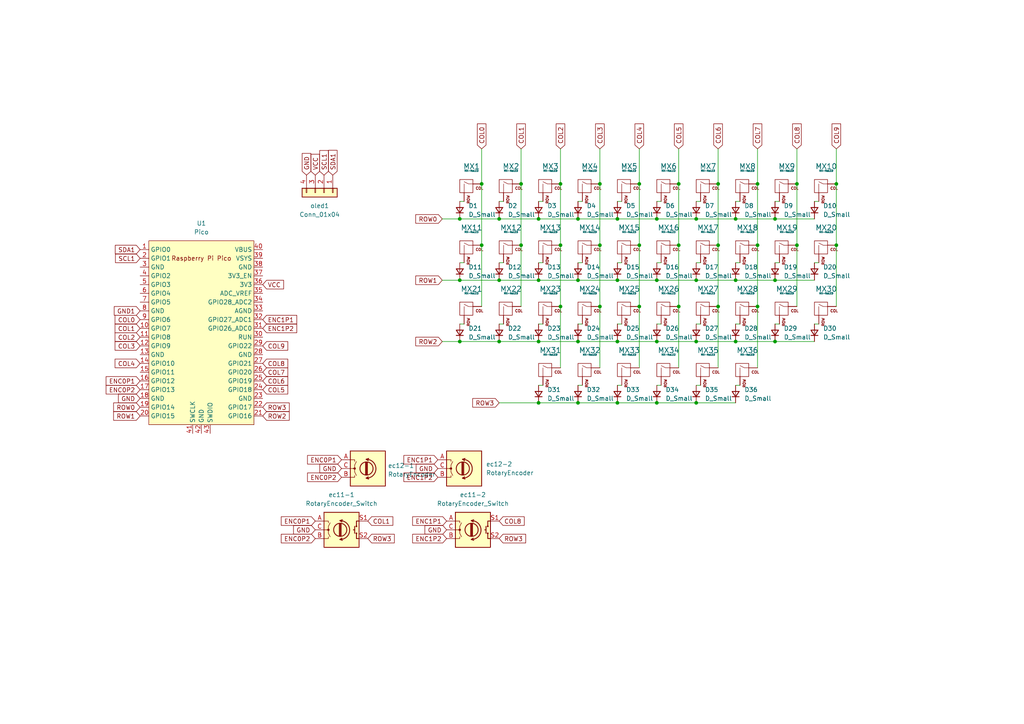
<source format=kicad_sch>
(kicad_sch (version 20211123) (generator eeschema)
  (paper "A4")
  (lib_symbols
    (symbol "Connector_Generic:Conn_01x04" (pin_names (offset 1.016) hide)
      (property "Reference" "J" (at 0 5.08 0))
      (property "Value" "Conn_01x04" (at 0 -7.62 0))
      (symbol "Conn_01x04_1_1"
        (rectangle (start -1.27 -4.953) (end 0 -5.207) (stroke (width 0.1524)))
        (rectangle (start -1.27 -2.413) (end 0 -2.667) (stroke (width 0.1524)))
        (rectangle (start -1.27 0.127) (end 0 -0.127) (stroke (width 0.1524)))
        (rectangle (start -1.27 2.667) (end 0 2.413) (stroke (width 0.1524)))
        (rectangle (start -1.27 3.81) (end 1.27 -6.35) (stroke (width 0.254)) (fill (type background)))
        (pin passive line (at -5.08 2.54 0) (length 3.81) (name "Pin_1") (number "1"))
        (pin passive line (at -5.08 0 0) (length 3.81) (name "Pin_2") (number "2"))
        (pin passive line (at -5.08 -2.54 0) (length 3.81) (name "Pin_3") (number "3"))
        (pin passive line (at -5.08 -5.08 0) (length 3.81) (name "Pin_4") (number "4"))
      )
    )
    (symbol "Device:D_Small" (pin_numbers hide) (pin_names (offset 0.254) hide)
      (property "Reference" "D" (at -1.27 2.032 0))
      (property "Value" "D_Small" (at -3.81 -2.032 0))
      (symbol "D_Small_0_1"
        (polyline (pts (xy -0.762 -1.016) (xy -0.762 1.016)) (stroke (width 0.254)))
        (polyline (pts (xy -0.762 0) (xy 0.762 0)))
        (polyline (pts (xy 0.762 -1.016) (xy -0.762 0) (xy 0.762 1.016) (xy 0.762 -1.016)) (stroke (width 0.254)))
      )
      (symbol "D_Small_1_1"
        (pin passive line (at -2.54 0 0) (length 1.778) (name "K") (number "1"))
        (pin passive line (at 2.54 0 180) (length 1.778) (name "A") (number "2"))
      )
    )
    (symbol "Device:RotaryEncoder" (pin_names (offset 0.254) hide)
      (property "Reference" "SW" (at 0 6.604 0))
      (property "Value" "RotaryEncoder" (at 0 -6.604 0))
      (symbol "RotaryEncoder_0_1"
        (rectangle (start -5.08 5.08) (end 5.08 -5.08) (stroke (width 0.254)) (fill (type background)))
        (circle (center -3.81 0) (radius 0.254) (fill (type outline)))
        (arc (start -0.381 -2.794) (mid 2.3622 -0.0508) (end -0.381 2.667) (stroke (width 0.254)))
        (circle (center -0.381 0) (radius 1.905) (stroke (width 0.254)))
        (polyline (pts (xy -0.635 -1.778) (xy -0.635 1.778)) (stroke (width 0.254)))
        (polyline (pts (xy -0.381 -1.778) (xy -0.381 1.778)) (stroke (width 0.254)))
        (polyline (pts (xy -0.127 1.778) (xy -0.127 -1.778)) (stroke (width 0.254)))
        (polyline (pts (xy -5.08 -2.54) (xy -3.81 -2.54) (xy -3.81 -2.032)))
        (polyline (pts (xy -5.08 2.54) (xy -3.81 2.54) (xy -3.81 2.032)))
        (polyline (pts (xy 0.254 -3.048) (xy -0.508 -2.794) (xy 0.127 -2.413)) (stroke (width 0.254)))
        (polyline (pts (xy 0.254 2.921) (xy -0.508 2.667) (xy 0.127 2.286)) (stroke (width 0.254)))
        (polyline (pts (xy -5.08 0) (xy -3.81 0) (xy -3.81 -1.016) (xy -3.302 -2.032)))
        (polyline (pts (xy -4.318 0) (xy -3.81 0) (xy -3.81 1.016) (xy -3.302 2.032)))
      )
      (symbol "RotaryEncoder_1_1"
        (pin passive line (at -7.62 2.54 0) (length 2.54) (name "A") (number "A"))
        (pin passive line (at -7.62 -2.54 0) (length 2.54) (name "B") (number "B"))
        (pin passive line (at -7.62 0 0) (length 2.54) (name "C") (number "C"))
      )
    )
    (symbol "Device:RotaryEncoder_Switch" (pin_names (offset 0.254) hide)
      (property "Reference" "SW" (at 0 6.604 0))
      (property "Value" "RotaryEncoder_Switch" (at 0 -6.604 0))
      (symbol "RotaryEncoder_Switch_0_1"
        (rectangle (start -5.08 5.08) (end 5.08 -5.08) (stroke (width 0.254)) (fill (type background)))
        (circle (center -3.81 0) (radius 0.254) (fill (type outline)))
        (arc (start -0.381 -2.794) (mid 2.3622 -0.0508) (end -0.381 2.667) (stroke (width 0.254)))
        (circle (center -0.381 0) (radius 1.905) (stroke (width 0.254)))
        (polyline (pts (xy -0.635 -1.778) (xy -0.635 1.778)) (stroke (width 0.254)))
        (polyline (pts (xy -0.381 -1.778) (xy -0.381 1.778)) (stroke (width 0.254)))
        (polyline (pts (xy -0.127 1.778) (xy -0.127 -1.778)) (stroke (width 0.254)))
        (polyline (pts (xy 3.81 0) (xy 3.429 0)) (stroke (width 0.254)))
        (polyline (pts (xy 3.81 1.016) (xy 3.81 -1.016)) (stroke (width 0.254)))
        (polyline (pts (xy -5.08 -2.54) (xy -3.81 -2.54) (xy -3.81 -2.032)))
        (polyline (pts (xy -5.08 2.54) (xy -3.81 2.54) (xy -3.81 2.032)))
        (polyline (pts (xy 0.254 -3.048) (xy -0.508 -2.794) (xy 0.127 -2.413)) (stroke (width 0.254)))
        (polyline (pts (xy 0.254 2.921) (xy -0.508 2.667) (xy 0.127 2.286)) (stroke (width 0.254)))
        (polyline (pts (xy 5.08 -2.54) (xy 4.318 -2.54) (xy 4.318 -1.016)) (stroke (width 0.254)))
        (polyline (pts (xy 5.08 2.54) (xy 4.318 2.54) (xy 4.318 1.016)) (stroke (width 0.254)))
        (polyline (pts (xy -5.08 0) (xy -3.81 0) (xy -3.81 -1.016) (xy -3.302 -2.032)))
        (polyline (pts (xy -4.318 0) (xy -3.81 0) (xy -3.81 1.016) (xy -3.302 2.032)))
        (circle (center 4.318 -1.016) (radius 0.127) (stroke (width 0.254)))
        (circle (center 4.318 1.016) (radius 0.127) (stroke (width 0.254)))
      )
      (symbol "RotaryEncoder_Switch_1_1"
        (pin passive line (at -7.62 2.54 0) (length 2.54) (name "A") (number "A"))
        (pin passive line (at -7.62 -2.54 0) (length 2.54) (name "B") (number "B"))
        (pin passive line (at -7.62 0 0) (length 2.54) (name "C") (number "C"))
        (pin passive line (at 7.62 2.54 180) (length 2.54) (name "S1") (number "S1"))
        (pin passive line (at 7.62 -2.54 180) (length 2.54) (name "S2") (number "S2"))
      )
    )
    (symbol "MCU_RaspberryPi_and_Boards:Pico"
      (property "Reference" "U" (at -13.97 27.94 0))
      (property "Value" "Pico" (at 0 19.05 0))
      (symbol "Pico_0_0"
        (text "Raspberry Pi Pico" (at 0 21.59 0) (effects (font (size 1.27 1.27))))
      )
      (symbol "Pico_0_1"
        (rectangle (start -15.24 26.67) (end 15.24 -26.67) (fill (type background)))
      )
      (symbol "Pico_1_1"
        (pin bidirectional line (at -17.78 24.13 0) (length 2.54) (name "GPIO0") (number "1"))
        (pin bidirectional line (at -17.78 1.27 0) (length 2.54) (name "GPIO7") (number "10"))
        (pin bidirectional line (at -17.78 -1.27 0) (length 2.54) (name "GPIO8") (number "11"))
        (pin bidirectional line (at -17.78 -3.81 0) (length 2.54) (name "GPIO9") (number "12"))
        (pin power_in line (at -17.78 -6.35 0) (length 2.54) (name "GND") (number "13"))
        (pin bidirectional line (at -17.78 -8.89 0) (length 2.54) (name "GPIO10") (number "14"))
        (pin bidirectional line (at -17.78 -11.43 0) (length 2.54) (name "GPIO11") (number "15"))
        (pin bidirectional line (at -17.78 -13.97 0) (length 2.54) (name "GPIO12") (number "16"))
        (pin bidirectional line (at -17.78 -16.51 0) (length 2.54) (name "GPIO13") (number "17"))
        (pin power_in line (at -17.78 -19.05 0) (length 2.54) (name "GND") (number "18"))
        (pin bidirectional line (at -17.78 -21.59 0) (length 2.54) (name "GPIO14") (number "19"))
        (pin bidirectional line (at -17.78 21.59 0) (length 2.54) (name "GPIO1") (number "2"))
        (pin bidirectional line (at -17.78 -24.13 0) (length 2.54) (name "GPIO15") (number "20"))
        (pin bidirectional line (at 17.78 -24.13 180) (length 2.54) (name "GPIO16") (number "21"))
        (pin bidirectional line (at 17.78 -21.59 180) (length 2.54) (name "GPIO17") (number "22"))
        (pin power_in line (at 17.78 -19.05 180) (length 2.54) (name "GND") (number "23"))
        (pin bidirectional line (at 17.78 -16.51 180) (length 2.54) (name "GPIO18") (number "24"))
        (pin bidirectional line (at 17.78 -13.97 180) (length 2.54) (name "GPIO19") (number "25"))
        (pin bidirectional line (at 17.78 -11.43 180) (length 2.54) (name "GPIO20") (number "26"))
        (pin bidirectional line (at 17.78 -8.89 180) (length 2.54) (name "GPIO21") (number "27"))
        (pin power_in line (at 17.78 -6.35 180) (length 2.54) (name "GND") (number "28"))
        (pin bidirectional line (at 17.78 -3.81 180) (length 2.54) (name "GPIO22") (number "29"))
        (pin power_in line (at -17.78 19.05 0) (length 2.54) (name "GND") (number "3"))
        (pin input line (at 17.78 -1.27 180) (length 2.54) (name "RUN") (number "30"))
        (pin bidirectional line (at 17.78 1.27 180) (length 2.54) (name "GPIO26_ADC0") (number "31"))
        (pin bidirectional line (at 17.78 3.81 180) (length 2.54) (name "GPIO27_ADC1") (number "32"))
        (pin power_in line (at 17.78 6.35 180) (length 2.54) (name "AGND") (number "33"))
        (pin bidirectional line (at 17.78 8.89 180) (length 2.54) (name "GPIO28_ADC2") (number "34"))
        (pin power_in line (at 17.78 11.43 180) (length 2.54) (name "ADC_VREF") (number "35"))
        (pin power_in line (at 17.78 13.97 180) (length 2.54) (name "3V3") (number "36"))
        (pin input line (at 17.78 16.51 180) (length 2.54) (name "3V3_EN") (number "37"))
        (pin bidirectional line (at 17.78 19.05 180) (length 2.54) (name "GND") (number "38"))
        (pin power_in line (at 17.78 21.59 180) (length 2.54) (name "VSYS") (number "39"))
        (pin bidirectional line (at -17.78 16.51 0) (length 2.54) (name "GPIO2") (number "4"))
        (pin power_in line (at 17.78 24.13 180) (length 2.54) (name "VBUS") (number "40"))
        (pin input line (at -2.54 -29.21 90) (length 2.54) (name "SWCLK") (number "41"))
        (pin power_in line (at 0 -29.21 90) (length 2.54) (name "GND") (number "42"))
        (pin bidirectional line (at 2.54 -29.21 90) (length 2.54) (name "SWDIO") (number "43"))
        (pin bidirectional line (at -17.78 13.97 0) (length 2.54) (name "GPIO3") (number "5"))
        (pin bidirectional line (at -17.78 11.43 0) (length 2.54) (name "GPIO4") (number "6"))
        (pin bidirectional line (at -17.78 8.89 0) (length 2.54) (name "GPIO5") (number "7"))
        (pin power_in line (at -17.78 6.35 0) (length 2.54) (name "GND") (number "8"))
        (pin bidirectional line (at -17.78 3.81 0) (length 2.54) (name "GPIO6") (number "9"))
      )
    )
    (symbol "MX_Alps_Hybrid:MX-NoLED" (pin_names (offset 1.016))
      (property "Reference" "MX" (at -0.635 3.81 0))
      (property "Value" "MX-NoLED" (at -0.635 1.27 0))
      (symbol "MX-NoLED_0_0"
        (rectangle (start -2.54 2.54) (end 1.27 -1.27))
        (polyline (pts (xy -1.27 -1.27) (xy -1.27 1.27)) (stroke (width 0.127)))
        (polyline (pts (xy 1.27 1.27) (xy 0 1.27) (xy -1.27 1.905)) (stroke (width 0.127)))
        (text "COL" (at 3.175 0 0) (effects (font (size 0.762 0.762))))
        (text "ROW" (at 0 -1.905 900) (effects (font (size 0.762 0.762)) (justify right)))
      )
      (symbol "MX-NoLED_1_1"
        (pin passive line (at 3.81 1.27 180) (length 2.54) (name "COL") (number "1"))
        (pin passive line (at -1.27 -3.81 90) (length 2.54) (name "ROW") (number "2"))
      )
    )
  )
  (junction (at 179.07 81.28))
  (junction (at 144.78 99.06))
  (junction (at 156.21 116.84))
  (junction (at 167.64 99.06))
  (junction (at 190.5 116.84))
  (junction (at 224.79 99.06))
  (junction (at 139.7 53.34))
  (junction (at 173.99 71.12))
  (junction (at 167.64 81.28))
  (junction (at 139.7 71.12))
  (junction (at 173.99 88.9))
  (junction (at 167.64 116.84))
  (junction (at 179.07 63.5))
  (junction (at 179.07 116.84))
  (junction (at 213.36 81.28))
  (junction (at 167.64 63.5))
  (junction (at 190.5 63.5))
  (junction (at 133.35 99.06))
  (junction (at 219.71 88.9))
  (junction (at 208.28 53.34))
  (junction (at 185.42 53.34))
  (junction (at 156.21 99.06))
  (junction (at 242.57 53.34))
  (junction (at 219.71 53.34))
  (junction (at 144.78 63.5))
  (junction (at 133.35 63.5))
  (junction (at 179.07 99.06))
  (junction (at 162.56 88.9))
  (junction (at 190.5 81.28))
  (junction (at 213.36 63.5))
  (junction (at 151.13 71.12))
  (junction (at 201.93 63.5))
  (junction (at 156.21 81.28))
  (junction (at 231.14 71.12))
  (junction (at 219.71 71.12))
  (junction (at 201.93 116.84))
  (junction (at 185.42 71.12))
  (junction (at 208.28 88.9))
  (junction (at 162.56 71.12))
  (junction (at 151.13 53.34))
  (junction (at 196.85 53.34))
  (junction (at 201.93 99.06))
  (junction (at 242.57 71.12))
  (junction (at 190.5 99.06))
  (junction (at 224.79 81.28))
  (junction (at 156.21 63.5))
  (junction (at 224.79 63.5))
  (junction (at 133.35 81.28))
  (junction (at 196.85 71.12))
  (junction (at 201.93 81.28))
  (junction (at 144.78 81.28))
  (junction (at 185.42 88.9))
  (junction (at 162.56 53.34))
  (junction (at 231.14 53.34))
  (junction (at 196.85 88.9))
  (junction (at 208.28 71.12))
  (junction (at 213.36 99.06))
  (junction (at 173.99 53.34))
  (wire (pts (xy 208.28 71.12) (xy 208.28 88.9)))
  (wire (pts (xy 144.78 58.42) (xy 146.05 58.42)))
  (wire (pts (xy 231.14 53.34) (xy 231.14 71.12)))
  (wire (pts (xy 190.5 99.06) (xy 201.93 99.06)))
  (wire (pts (xy 201.93 111.76) (xy 203.2 111.76)))
  (wire (pts (xy 242.57 71.12) (xy 242.57 88.9)))
  (wire (pts (xy 179.07 58.42) (xy 180.34 58.42)))
  (wire (pts (xy 173.99 88.9) (xy 173.99 106.68)))
  (wire (pts (xy 179.07 111.76) (xy 180.34 111.76)))
  (wire (pts (xy 162.56 88.9) (xy 162.56 106.68)))
  (wire (pts (xy 167.64 111.76) (xy 168.91 111.76)))
  (wire (pts (xy 167.64 76.2) (xy 168.91 76.2)))
  (wire (pts (xy 201.93 116.84) (xy 213.36 116.84)))
  (wire (pts (xy 201.93 93.98) (xy 203.2 93.98)))
  (wire (pts (xy 231.14 43.18) (xy 231.14 53.34)))
  (wire (pts (xy 162.56 71.12) (xy 162.56 88.9)))
  (wire (pts (xy 167.64 81.28) (xy 179.07 81.28)))
  (wire (pts (xy 151.13 43.18) (xy 151.13 53.34)))
  (wire (pts (xy 208.28 53.34) (xy 208.28 71.12)))
  (wire (pts (xy 139.7 71.12) (xy 139.7 88.9)))
  (wire (pts (xy 156.21 58.42) (xy 157.48 58.42)))
  (wire (pts (xy 156.21 116.84) (xy 167.64 116.84)))
  (wire (pts (xy 179.07 81.28) (xy 190.5 81.28)))
  (wire (pts (xy 156.21 63.5) (xy 167.64 63.5)))
  (wire (pts (xy 133.35 58.42) (xy 134.62 58.42)))
  (wire (pts (xy 190.5 93.98) (xy 191.77 93.98)))
  (wire (pts (xy 236.22 76.2) (xy 237.49 76.2)))
  (wire (pts (xy 167.64 116.84) (xy 179.07 116.84)))
  (wire (pts (xy 201.93 63.5) (xy 213.36 63.5)))
  (wire (pts (xy 167.64 99.06) (xy 179.07 99.06)))
  (wire (pts (xy 208.28 88.9) (xy 208.28 106.68)))
  (wire (pts (xy 133.35 93.98) (xy 134.62 93.98)))
  (wire (pts (xy 236.22 93.98) (xy 237.49 93.98)))
  (wire (pts (xy 179.07 76.2) (xy 180.34 76.2)))
  (wire (pts (xy 196.85 71.12) (xy 196.85 88.9)))
  (wire (pts (xy 173.99 71.12) (xy 173.99 88.9)))
  (wire (pts (xy 179.07 116.84) (xy 190.5 116.84)))
  (wire (pts (xy 224.79 76.2) (xy 226.06 76.2)))
  (wire (pts (xy 128.27 63.5) (xy 133.35 63.5)))
  (wire (pts (xy 156.21 81.28) (xy 167.64 81.28)))
  (wire (pts (xy 133.35 81.28) (xy 144.78 81.28)))
  (wire (pts (xy 162.56 43.18) (xy 162.56 53.34)))
  (wire (pts (xy 213.36 111.76) (xy 214.63 111.76)))
  (wire (pts (xy 201.93 99.06) (xy 213.36 99.06)))
  (wire (pts (xy 185.42 88.9) (xy 185.42 106.68)))
  (wire (pts (xy 201.93 58.42) (xy 203.2 58.42)))
  (wire (pts (xy 213.36 76.2) (xy 214.63 76.2)))
  (wire (pts (xy 156.21 93.98) (xy 157.48 93.98)))
  (wire (pts (xy 139.7 43.18) (xy 139.7 53.34)))
  (wire (pts (xy 144.78 81.28) (xy 156.21 81.28)))
  (wire (pts (xy 236.22 58.42) (xy 237.49 58.42)))
  (wire (pts (xy 224.79 58.42) (xy 226.06 58.42)))
  (wire (pts (xy 162.56 53.34) (xy 162.56 71.12)))
  (wire (pts (xy 219.71 53.34) (xy 219.71 71.12)))
  (wire (pts (xy 156.21 99.06) (xy 167.64 99.06)))
  (wire (pts (xy 219.71 43.18) (xy 219.71 53.34)))
  (wire (pts (xy 201.93 76.2) (xy 203.2 76.2)))
  (wire (pts (xy 190.5 81.28) (xy 201.93 81.28)))
  (wire (pts (xy 128.27 81.28) (xy 133.35 81.28)))
  (wire (pts (xy 190.5 116.84) (xy 201.93 116.84)))
  (wire (pts (xy 196.85 53.34) (xy 196.85 71.12)))
  (wire (pts (xy 133.35 63.5) (xy 144.78 63.5)))
  (wire (pts (xy 224.79 93.98) (xy 226.06 93.98)))
  (wire (pts (xy 156.21 76.2) (xy 157.48 76.2)))
  (wire (pts (xy 190.5 76.2) (xy 191.77 76.2)))
  (wire (pts (xy 185.42 71.12) (xy 185.42 88.9)))
  (wire (pts (xy 219.71 71.12) (xy 219.71 88.9)))
  (wire (pts (xy 173.99 53.34) (xy 173.99 71.12)))
  (wire (pts (xy 190.5 58.42) (xy 191.77 58.42)))
  (wire (pts (xy 213.36 93.98) (xy 214.63 93.98)))
  (wire (pts (xy 144.78 99.06) (xy 156.21 99.06)))
  (wire (pts (xy 196.85 43.18) (xy 196.85 53.34)))
  (wire (pts (xy 224.79 81.28) (xy 236.22 81.28)))
  (wire (pts (xy 128.27 99.06) (xy 133.35 99.06)))
  (wire (pts (xy 133.35 99.06) (xy 144.78 99.06)))
  (wire (pts (xy 167.64 63.5) (xy 179.07 63.5)))
  (wire (pts (xy 179.07 99.06) (xy 190.5 99.06)))
  (wire (pts (xy 139.7 53.34) (xy 139.7 71.12)))
  (wire (pts (xy 151.13 71.12) (xy 151.13 88.9)))
  (wire (pts (xy 213.36 99.06) (xy 224.79 99.06)))
  (wire (pts (xy 196.85 88.9) (xy 196.85 106.68)))
  (wire (pts (xy 213.36 81.28) (xy 224.79 81.28)))
  (wire (pts (xy 224.79 99.06) (xy 236.22 99.06)))
  (wire (pts (xy 173.99 43.18) (xy 173.99 53.34)))
  (wire (pts (xy 144.78 93.98) (xy 146.05 93.98)))
  (wire (pts (xy 224.79 63.5) (xy 236.22 63.5)))
  (wire (pts (xy 185.42 53.34) (xy 185.42 71.12)))
  (wire (pts (xy 190.5 63.5) (xy 201.93 63.5)))
  (wire (pts (xy 144.78 116.84) (xy 156.21 116.84)))
  (wire (pts (xy 231.14 71.12) (xy 231.14 88.9)))
  (wire (pts (xy 208.28 43.18) (xy 208.28 53.34)))
  (wire (pts (xy 213.36 58.42) (xy 214.63 58.42)))
  (wire (pts (xy 144.78 63.5) (xy 156.21 63.5)))
  (wire (pts (xy 219.71 88.9) (xy 219.71 106.68)))
  (wire (pts (xy 144.78 76.2) (xy 146.05 76.2)))
  (wire (pts (xy 167.64 93.98) (xy 168.91 93.98)))
  (wire (pts (xy 190.5 111.76) (xy 191.77 111.76)))
  (wire (pts (xy 156.21 111.76) (xy 157.48 111.76)))
  (wire (pts (xy 151.13 53.34) (xy 151.13 71.12)))
  (wire (pts (xy 179.07 93.98) (xy 180.34 93.98)))
  (wire (pts (xy 167.64 58.42) (xy 168.91 58.42)))
  (wire (pts (xy 185.42 43.18) (xy 185.42 53.34)))
  (wire (pts (xy 242.57 43.18) (xy 242.57 53.34)))
  (wire (pts (xy 133.35 76.2) (xy 134.62 76.2)))
  (wire (pts (xy 179.07 63.5) (xy 190.5 63.5)))
  (wire (pts (xy 201.93 81.28) (xy 213.36 81.28)))
  (wire (pts (xy 213.36 63.5) (xy 224.79 63.5)))
  (wire (pts (xy 242.57 53.34) (xy 242.57 71.12)))
  (global_label "COL9" (shape input) (at 76.2 100.33 0) (property "Intersheet References" "${INTERSHEET_REFS}" (effects hide)))
  (global_label "ROW2" (shape input) (at 128.27 99.06 180) (property "Intersheet References" "${INTERSHEET_REFS}" (effects hide)))
  (global_label "GND" (shape input) (at 129.54 153.67 180) (property "Intersheet References" "${INTERSHEET_REFS}" (effects hide)))
  (global_label "COL1" (shape input) (at 40.64 95.25 180) (property "Intersheet References" "${INTERSHEET_REFS}" (effects hide)))
  (global_label "COL5" (shape input) (at 196.85 43.18 90) (property "Intersheet References" "${INTERSHEET_REFS}" (effects hide)))
  (global_label "COL8" (shape input) (at 231.14 43.18 90) (property "Intersheet References" "${INTERSHEET_REFS}" (effects hide)))
  (global_label "GND" (shape input) (at 99.06 135.89 180) (property "Intersheet References" "${INTERSHEET_REFS}" (effects hide)))
  (global_label "SCL1" (shape input) (at 40.64 74.93 180) (property "Intersheet References" "${INTERSHEET_REFS}" (effects hide)))
  (global_label "SCL1" (shape input) (at 93.98 50.8 90) (property "Intersheet References" "${INTERSHEET_REFS}" (effects hide)))
  (global_label "COL2" (shape input) (at 40.64 97.79 180) (property "Intersheet References" "${INTERSHEET_REFS}" (effects hide)))
  (global_label "SDA1" (shape input) (at 96.52 50.8 90) (property "Intersheet References" "${INTERSHEET_REFS}" (effects hide)))
  (global_label "COL6" (shape input) (at 208.28 43.18 90) (property "Intersheet References" "${INTERSHEET_REFS}" (effects hide)))
  (global_label "ENC0P2" (shape input) (at 91.44 156.21 180) (property "Intersheet References" "${INTERSHEET_REFS}" (effects hide)))
  (global_label "ENC1P2" (shape input) (at 129.54 156.21 180) (property "Intersheet References" "${INTERSHEET_REFS}" (effects hide)))
  (global_label "ENC0P1" (shape input) (at 99.06 133.35 180) (property "Intersheet References" "${INTERSHEET_REFS}" (effects hide)))
  (global_label "COL6" (shape input) (at 76.2 110.49 0) (property "Intersheet References" "${INTERSHEET_REFS}" (effects hide)))
  (global_label "COL9" (shape input) (at 242.57 43.18 90) (property "Intersheet References" "${INTERSHEET_REFS}" (effects hide)))
  (global_label "ROW3" (shape input) (at 144.78 156.21 0) (property "Intersheet References" "${INTERSHEET_REFS}" (effects hide)))
  (global_label "COL8" (shape input) (at 144.78 151.13 0) (property "Intersheet References" "${INTERSHEET_REFS}" (effects hide)))
  (global_label "ENC1P2" (shape input) (at 127 138.43 180) (property "Intersheet References" "${INTERSHEET_REFS}" (effects hide)))
  (global_label "ROW3" (shape input) (at 76.2 118.11 0) (property "Intersheet References" "${INTERSHEET_REFS}" (effects hide)))
  (global_label "COL7" (shape input) (at 76.2 107.95 0) (property "Intersheet References" "${INTERSHEET_REFS}" (effects hide)))
  (global_label "COL8" (shape input) (at 76.2 105.41 0) (property "Intersheet References" "${INTERSHEET_REFS}" (effects hide)))
  (global_label "COL1" (shape input) (at 151.13 43.18 90) (property "Intersheet References" "${INTERSHEET_REFS}" (effects hide)))
  (global_label "ENC0P1" (shape input) (at 91.44 151.13 180) (property "Intersheet References" "${INTERSHEET_REFS}" (effects hide)))
  (global_label "COL3" (shape input) (at 40.64 100.33 180) (property "Intersheet References" "${INTERSHEET_REFS}" (effects hide)))
  (global_label "ROW2" (shape input) (at 76.2 120.65 0) (property "Intersheet References" "${INTERSHEET_REFS}" (effects hide)))
  (global_label "ENC1P1" (shape input) (at 129.54 151.13 180) (property "Intersheet References" "${INTERSHEET_REFS}" (effects hide)))
  (global_label "ROW1" (shape input) (at 128.27 81.28 180) (property "Intersheet References" "${INTERSHEET_REFS}" (effects hide)))
  (global_label "ENC0P2" (shape input) (at 99.06 138.43 180) (property "Intersheet References" "${INTERSHEET_REFS}" (effects hide)))
  (global_label "ENC0P2" (shape input) (at 40.64 113.03 180) (property "Intersheet References" "${INTERSHEET_REFS}" (effects hide)))
  (global_label "GND" (shape input) (at 127 135.89 180) (property "Intersheet References" "${INTERSHEET_REFS}" (effects hide)))
  (global_label "GND" (shape input) (at 40.64 115.57 180) (property "Intersheet References" "${INTERSHEET_REFS}" (effects hide)))
  (global_label "COL2" (shape input) (at 162.56 43.18 90) (property "Intersheet References" "${INTERSHEET_REFS}" (effects hide)))
  (global_label "VCC" (shape input) (at 76.2 82.55 0) (property "Intersheet References" "${INTERSHEET_REFS}" (effects hide)))
  (global_label "ENC1P1" (shape input) (at 76.2 92.71 0) (property "Intersheet References" "${INTERSHEET_REFS}" (effects hide)))
  (global_label "VCC" (shape input) (at 91.44 50.8 90) (property "Intersheet References" "${INTERSHEET_REFS}" (effects hide)))
  (global_label "SDA1" (shape input) (at 40.64 72.39 180) (property "Intersheet References" "${INTERSHEET_REFS}" (effects hide)))
  (global_label "GND1" (shape input) (at 40.64 90.17 180) (property "Intersheet References" "${INTERSHEET_REFS}" (effects hide)))
  (global_label "GND" (shape input) (at 91.44 153.67 180) (property "Intersheet References" "${INTERSHEET_REFS}" (effects hide)))
  (global_label "COL3" (shape input) (at 173.99 43.18 90) (property "Intersheet References" "${INTERSHEET_REFS}" (effects hide)))
  (global_label "COL0" (shape input) (at 139.7 43.18 90) (property "Intersheet References" "${INTERSHEET_REFS}" (effects hide)))
  (global_label "COL5" (shape input) (at 76.2 113.03 0) (property "Intersheet References" "${INTERSHEET_REFS}" (effects hide)))
  (global_label "COL4" (shape input) (at 185.42 43.18 90) (property "Intersheet References" "${INTERSHEET_REFS}" (effects hide)))
  (global_label "ROW1" (shape input) (at 40.64 120.65 180) (property "Intersheet References" "${INTERSHEET_REFS}" (effects hide)))
  (global_label "ROW0" (shape input) (at 128.27 63.5 180) (property "Intersheet References" "${INTERSHEET_REFS}" (effects hide)))
  (global_label "ROW3" (shape input) (at 106.68 156.21 0) (property "Intersheet References" "${INTERSHEET_REFS}" (effects hide)))
  (global_label "ENC1P2" (shape input) (at 76.2 95.25 0) (property "Intersheet References" "${INTERSHEET_REFS}" (effects hide)))
  (global_label "COL0" (shape input) (at 40.64 92.71 180) (property "Intersheet References" "${INTERSHEET_REFS}" (effects hide)))
  (global_label "ROW3" (shape input) (at 144.78 116.84 180) (property "Intersheet References" "${INTERSHEET_REFS}" (effects hide)))
  (global_label "ROW0" (shape input) (at 40.64 118.11 180) (property "Intersheet References" "${INTERSHEET_REFS}" (effects hide)))
  (global_label "COL4" (shape input) (at 40.64 105.41 180) (property "Intersheet References" "${INTERSHEET_REFS}" (effects hide)))
  (global_label "ENC1P1" (shape input) (at 127 133.35 180) (property "Intersheet References" "${INTERSHEET_REFS}" (effects hide)))
  (global_label "GND" (shape input) (at 88.9 50.8 90) (property "Intersheet References" "${INTERSHEET_REFS}" (effects hide)))
  (global_label "COL1" (shape input) (at 106.68 151.13 0) (property "Intersheet References" "${INTERSHEET_REFS}" (effects hide)))
  (global_label "COL7" (shape input) (at 219.71 43.18 90) (property "Intersheet References" "${INTERSHEET_REFS}" (effects hide)))
  (global_label "ENC0P1" (shape input) (at 40.64 110.49 180) (property "Intersheet References" "${INTERSHEET_REFS}" (effects hide)))
  (symbol (lib_id "MX_Alps_Hybrid:MX-NoLED") (at 181.61 107.95 0) (unit 1)
    (property "Reference" "MX33" (at 182.4956 101.6 0) (effects (font (size 1.524 1.524))))
    (property "Value" "MX-NoLED" (at 182.4956 102.87 0) (effects (font (size 0.508 0.508))))
    (property "Footprint" "MX_Only:MXOnly-1U-NoLED" (effects hide))
  )
  (symbol (lib_id "MX_Alps_Hybrid:MX-NoLED") (at 181.61 90.17 0) (unit 1)
    (property "Reference" "MX25" (at 182.4956 83.82 0) (effects (font (size 1.524 1.524))))
    (property "Value" "MX-NoLED" (at 182.4956 85.09 0) (effects (font (size 0.508 0.508))))
    (property "Footprint" "MX_Only:MXOnly-1U-NoLED" (effects hide))
  )
  (symbol (lib_id "Device:RotaryEncoder") (at 134.62 135.89 0) (unit 1)
    (property "Reference" "ec12-2" (at 140.97 134.6199 0) (effects (justify left)))
    (property "Value" "RotaryEncoder" (at 140.97 137.1599 0) (effects (justify left)))
    (property "Footprint" "Rotary_Encoder:RotaryEncoder_Alps_EC12E_Vertical_H20mm" (effects hide))
  )
  (symbol (lib_id "MX_Alps_Hybrid:MX-NoLED") (at 135.89 90.17 0) (unit 1)
    (property "Reference" "MX21" (at 136.7756 83.82 0) (effects (font (size 1.524 1.524))))
    (property "Value" "MX-NoLED" (at 136.7756 85.09 0) (effects (font (size 0.508 0.508))))
    (property "Footprint" "MX_Only:MXOnly-1U-NoLED" (effects hide))
  )
  (symbol (lib_id "MX_Alps_Hybrid:MX-NoLED") (at 170.18 54.61 0) (unit 1)
    (property "Reference" "MX4" (at 171.0656 48.26 0) (effects (font (size 1.524 1.524))))
    (property "Value" "MX-NoLED" (at 171.0656 49.53 0) (effects (font (size 0.508 0.508))))
    (property "Footprint" "MX_Only:MXOnly-1U-NoLED" (effects hide))
  )
  (symbol (lib_id "MX_Alps_Hybrid:MX-NoLED") (at 204.47 54.61 0) (unit 1)
    (property "Reference" "MX7" (at 205.3556 48.26 0) (effects (font (size 1.524 1.524))))
    (property "Value" "MX-NoLED" (at 205.3556 49.53 0) (effects (font (size 0.508 0.508))))
    (property "Footprint" "MX_Only:MXOnly-1U-NoLED" (effects hide))
  )
  (symbol (lib_id "Device:D_Small") (at 201.93 96.52 90) (unit 1)
    (property "Reference" "D27" (at 204.47 95.2499 90) (effects (justify right)))
    (property "Value" "D_Small" (at 204.47 97.7899 90) (effects (justify right)))
    (property "Footprint" "Keebio-Parts:Diode-Hybrid-Back" (effects hide))
  )
  (symbol (lib_id "MX_Alps_Hybrid:MX-NoLED") (at 147.32 90.17 0) (unit 1)
    (property "Reference" "MX22" (at 148.2056 83.82 0) (effects (font (size 1.524 1.524))))
    (property "Value" "MX-NoLED" (at 148.2056 85.09 0) (effects (font (size 0.508 0.508))))
    (property "Footprint" "MX_Only:MXOnly-1U-NoLED" (effects hide))
  )
  (symbol (lib_id "Device:D_Small") (at 167.64 60.96 90) (unit 1)
    (property "Reference" "D4" (at 170.18 59.6899 90) (effects (justify right)))
    (property "Value" "D_Small" (at 170.18 62.2299 90) (effects (justify right)))
    (property "Footprint" "Keebio-Parts:Diode-Hybrid-Back" (effects hide))
  )
  (symbol (lib_id "MX_Alps_Hybrid:MX-NoLED") (at 135.89 72.39 0) (unit 1)
    (property "Reference" "MX11" (at 136.7756 66.04 0) (effects (font (size 1.524 1.524))))
    (property "Value" "MX-NoLED" (at 136.7756 67.31 0) (effects (font (size 0.508 0.508))))
    (property "Footprint" "MX_Only:MXOnly-1U-NoLED" (effects hide))
  )
  (symbol (lib_id "Connector_Generic:Conn_01x04") (at 93.98 55.88 270) (unit 1)
    (property "Reference" "oled1" (at 92.71 59.69 90))
    (property "Value" "Conn_01x04" (at 92.71 62.23 90))
    (property "Footprint" "Connector_PinHeader_2.54mm:PinHeader_1x04_P2.54mm_Vertical" (effects hide))
  )
  (symbol (lib_id "MX_Alps_Hybrid:MX-NoLED") (at 158.75 90.17 0) (unit 1)
    (property "Reference" "MX23" (at 159.6356 83.82 0) (effects (font (size 1.524 1.524))))
    (property "Value" "MX-NoLED" (at 159.6356 85.09 0) (effects (font (size 0.508 0.508))))
    (property "Footprint" "MX_Only:MXOnly-1U-NoLED" (effects hide))
  )
  (symbol (lib_id "MX_Alps_Hybrid:MX-NoLED") (at 158.75 54.61 0) (unit 1)
    (property "Reference" "MX3" (at 159.6356 48.26 0) (effects (font (size 1.524 1.524))))
    (property "Value" "MX-NoLED" (at 159.6356 49.53 0) (effects (font (size 0.508 0.508))))
    (property "Footprint" "MX_Only:MXOnly-1U-NoLED" (effects hide))
  )
  (symbol (lib_id "Device:D_Small") (at 190.5 60.96 90) (unit 1)
    (property "Reference" "D6" (at 193.04 59.6899 90) (effects (justify right)))
    (property "Value" "D_Small" (at 193.04 62.2299 90) (effects (justify right)))
    (property "Footprint" "Keebio-Parts:Diode-Hybrid-Back" (effects hide))
  )
  (symbol (lib_id "MX_Alps_Hybrid:MX-NoLED") (at 238.76 54.61 0) (unit 1)
    (property "Reference" "MX10" (at 239.6456 48.26 0) (effects (font (size 1.524 1.524))))
    (property "Value" "MX-NoLED" (at 239.6456 49.53 0) (effects (font (size 0.508 0.508))))
    (property "Footprint" "MX_Only:MXOnly-1U-NoLED" (effects hide))
  )
  (symbol (lib_id "Device:RotaryEncoder_Switch") (at 99.06 153.67 0) (unit 1)
    (property "Reference" "ec11-1" (at 99.06 143.51 0))
    (property "Value" "RotaryEncoder_Switch" (at 99.06 146.05 0))
    (property "Footprint" "Rotary_Encoder:RotaryEncoder_Alps_EC11E-Switch_Vertical_H20mm" (effects hide))
  )
  (symbol (lib_id "MX_Alps_Hybrid:MX-NoLED") (at 193.04 107.95 0) (unit 1)
    (property "Reference" "MX34" (at 193.9256 101.6 0) (effects (font (size 1.524 1.524))))
    (property "Value" "MX-NoLED" (at 193.9256 102.87 0) (effects (font (size 0.508 0.508))))
    (property "Footprint" "MX_Only:MXOnly-1U-NoLED" (effects hide))
  )
  (symbol (lib_id "MX_Alps_Hybrid:MX-NoLED") (at 181.61 72.39 0) (unit 1)
    (property "Reference" "MX15" (at 182.4956 66.04 0) (effects (font (size 1.524 1.524))))
    (property "Value" "MX-NoLED" (at 182.4956 67.31 0) (effects (font (size 0.508 0.508))))
    (property "Footprint" "MX_Only:MXOnly-1U-NoLED" (effects hide))
  )
  (symbol (lib_id "MX_Alps_Hybrid:MX-NoLED") (at 147.32 54.61 0) (unit 1)
    (property "Reference" "MX2" (at 148.2056 48.26 0) (effects (font (size 1.524 1.524))))
    (property "Value" "MX-NoLED" (at 148.2056 49.53 0) (effects (font (size 0.508 0.508))))
    (property "Footprint" "MX_Only:MXOnly-1U-NoLED" (effects hide))
  )
  (symbol (lib_id "MX_Alps_Hybrid:MX-NoLED") (at 135.89 54.61 0) (unit 1)
    (property "Reference" "MX1" (at 136.7756 48.26 0) (effects (font (size 1.524 1.524))))
    (property "Value" "MX-NoLED" (at 136.7756 49.53 0) (effects (font (size 0.508 0.508))))
    (property "Footprint" "MX_Only:MXOnly-1U-NoLED" (effects hide))
  )
  (symbol (lib_id "Device:D_Small") (at 179.07 78.74 90) (unit 1)
    (property "Reference" "D15" (at 181.61 77.4699 90) (effects (justify right)))
    (property "Value" "D_Small" (at 181.61 80.0099 90) (effects (justify right)))
    (property "Footprint" "Keebio-Parts:Diode-Hybrid-Back" (effects hide))
  )
  (symbol (lib_id "Device:D_Small") (at 213.36 78.74 90) (unit 1)
    (property "Reference" "D18" (at 215.9 77.4699 90) (effects (justify right)))
    (property "Value" "D_Small" (at 215.9 80.0099 90) (effects (justify right)))
    (property "Footprint" "Keebio-Parts:Diode-Hybrid-Back" (effects hide))
  )
  (symbol (lib_id "MX_Alps_Hybrid:MX-NoLED") (at 193.04 54.61 0) (unit 1)
    (property "Reference" "MX6" (at 193.9256 48.26 0) (effects (font (size 1.524 1.524))))
    (property "Value" "MX-NoLED" (at 193.9256 49.53 0) (effects (font (size 0.508 0.508))))
    (property "Footprint" "MX_Only:MXOnly-1U-NoLED" (effects hide))
  )
  (symbol (lib_id "MX_Alps_Hybrid:MX-NoLED") (at 238.76 90.17 0) (unit 1)
    (property "Reference" "MX30" (at 239.6456 83.82 0) (effects (font (size 1.524 1.524))))
    (property "Value" "MX-NoLED" (at 239.6456 85.09 0) (effects (font (size 0.508 0.508))))
    (property "Footprint" "MX_Only:MXOnly-1U-NoLED" (effects hide))
  )
  (symbol (lib_id "MX_Alps_Hybrid:MX-NoLED") (at 181.61 54.61 0) (unit 1)
    (property "Reference" "MX5" (at 182.4956 48.26 0) (effects (font (size 1.524 1.524))))
    (property "Value" "MX-NoLED" (at 182.4956 49.53 0) (effects (font (size 0.508 0.508))))
    (property "Footprint" "MX_Only:MXOnly-1U-NoLED" (effects hide))
  )
  (symbol (lib_id "Device:RotaryEncoder") (at 106.68 135.89 0) (unit 1)
    (property "Reference" "ec12-1" (at 112.522 135.0553 0) (effects (justify left)))
    (property "Value" "RotaryEncoder" (at 112.522 137.5922 0) (effects (justify left)))
    (property "Footprint" "Rotary_Encoder:RotaryEncoder_Alps_EC12E_Vertical_H20mm" (effects hide))
  )
  (symbol (lib_id "MCU_RaspberryPi_and_Boards:Pico") (at 58.42 96.52 0) (unit 1)
    (property "Reference" "U1" (at 58.42 64.77 0))
    (property "Value" "Pico" (at 58.42 67.31 0))
    (property "Footprint" "MCU_RaspberryPi_and_Boards:RPi_Pico_SMD_TH" (effects hide))
  )
  (symbol (lib_id "MX_Alps_Hybrid:MX-NoLED") (at 147.32 72.39 0) (unit 1)
    (property "Reference" "MX12" (at 148.2056 66.04 0) (effects (font (size 1.524 1.524))))
    (property "Value" "MX-NoLED" (at 148.2056 67.31 0) (effects (font (size 0.508 0.508))))
    (property "Footprint" "MX_Only:MXOnly-1U-NoLED" (effects hide))
  )
  (symbol (lib_id "Device:D_Small") (at 224.79 78.74 90) (unit 1)
    (property "Reference" "D19" (at 227.33 77.4699 90) (effects (justify right)))
    (property "Value" "D_Small" (at 227.33 80.0099 90) (effects (justify right)))
    (property "Footprint" "Keebio-Parts:Diode-Hybrid-Back" (effects hide))
  )
  (symbol (lib_id "MX_Alps_Hybrid:MX-NoLED") (at 215.9 107.95 0) (unit 1)
    (property "Reference" "MX36" (at 216.7856 101.6 0) (effects (font (size 1.524 1.524))))
    (property "Value" "MX-NoLED" (at 216.7856 102.87 0) (effects (font (size 0.508 0.508))))
    (property "Footprint" "MX_Only:MXOnly-1U-NoLED" (effects hide))
  )
  (symbol (lib_id "Device:D_Small") (at 201.93 114.3 90) (unit 1)
    (property "Reference" "D35" (at 204.47 113.0299 90) (effects (justify right)))
    (property "Value" "D_Small" (at 204.47 115.5699 90) (effects (justify right)))
    (property "Footprint" "Keebio-Parts:Diode-Hybrid-Back" (effects hide))
  )
  (symbol (lib_id "MX_Alps_Hybrid:MX-NoLED") (at 204.47 107.95 0) (unit 1)
    (property "Reference" "MX35" (at 205.3556 101.6 0) (effects (font (size 1.524 1.524))))
    (property "Value" "MX-NoLED" (at 205.3556 102.87 0) (effects (font (size 0.508 0.508))))
    (property "Footprint" "MX_Only:MXOnly-1U-NoLED" (effects hide))
  )
  (symbol (lib_id "Device:D_Small") (at 167.64 96.52 90) (unit 1)
    (property "Reference" "D24" (at 170.18 95.2499 90) (effects (justify right)))
    (property "Value" "D_Small" (at 170.18 97.7899 90) (effects (justify right)))
    (property "Footprint" "Keebio-Parts:Diode-Hybrid-Back" (effects hide))
  )
  (symbol (lib_id "Device:D_Small") (at 133.35 60.96 90) (unit 1)
    (property "Reference" "D1" (at 135.89 59.6899 90) (effects (justify right)))
    (property "Value" "D_Small" (at 135.89 62.2299 90) (effects (justify right)))
    (property "Footprint" "Keebio-Parts:Diode-Hybrid-Back" (effects hide))
  )
  (symbol (lib_id "Device:D_Small") (at 213.36 60.96 90) (unit 1)
    (property "Reference" "D8" (at 215.9 59.6899 90) (effects (justify right)))
    (property "Value" "D_Small" (at 215.9 62.2299 90) (effects (justify right)))
    (property "Footprint" "Keebio-Parts:Diode-Hybrid-Back" (effects hide))
  )
  (symbol (lib_id "Device:D_Small") (at 167.64 78.74 90) (unit 1)
    (property "Reference" "D14" (at 170.18 77.4699 90) (effects (justify right)))
    (property "Value" "D_Small" (at 170.18 80.0099 90) (effects (justify right)))
    (property "Footprint" "Keebio-Parts:Diode-Hybrid-Back" (effects hide))
  )
  (symbol (lib_id "Device:D_Small") (at 167.64 114.3 90) (unit 1)
    (property "Reference" "D32" (at 170.18 113.0299 90) (effects (justify right)))
    (property "Value" "D_Small" (at 170.18 115.5699 90) (effects (justify right)))
    (property "Footprint" "Keebio-Parts:Diode-Hybrid-Back" (effects hide))
  )
  (symbol (lib_id "Device:D_Small") (at 213.36 114.3 90) (unit 1)
    (property "Reference" "D36" (at 215.9 113.0299 90) (effects (justify right)))
    (property "Value" "D_Small" (at 215.9 115.5699 90) (effects (justify right)))
    (property "Footprint" "Keebio-Parts:Diode-Hybrid-Back" (effects hide))
  )
  (symbol (lib_id "Device:D_Small") (at 236.22 60.96 90) (unit 1)
    (property "Reference" "D10" (at 238.76 59.6899 90) (effects (justify right)))
    (property "Value" "D_Small" (at 238.76 62.2299 90) (effects (justify right)))
    (property "Footprint" "Keebio-Parts:Diode-Hybrid-Back" (effects hide))
  )
  (symbol (lib_id "Device:D_Small") (at 156.21 114.3 90) (unit 1)
    (property "Reference" "D31" (at 158.75 113.0299 90) (effects (justify right)))
    (property "Value" "D_Small" (at 158.75 115.5699 90) (effects (justify right)))
    (property "Footprint" "Keebio-Parts:Diode-Hybrid-Back" (effects hide))
  )
  (symbol (lib_id "Device:D_Small") (at 236.22 78.74 90) (unit 1)
    (property "Reference" "D20" (at 238.76 77.4699 90) (effects (justify right)))
    (property "Value" "D_Small" (at 238.76 80.0099 90) (effects (justify right)))
    (property "Footprint" "Keebio-Parts:Diode-Hybrid-Back" (effects hide))
  )
  (symbol (lib_id "MX_Alps_Hybrid:MX-NoLED") (at 238.76 72.39 0) (unit 1)
    (property "Reference" "MX20" (at 239.6456 66.04 0) (effects (font (size 1.524 1.524))))
    (property "Value" "MX-NoLED" (at 239.6456 67.31 0) (effects (font (size 0.508 0.508))))
    (property "Footprint" "MX_Only:MXOnly-1U-NoLED" (effects hide))
  )
  (symbol (lib_id "MX_Alps_Hybrid:MX-NoLED") (at 215.9 54.61 0) (unit 1)
    (property "Reference" "MX8" (at 216.7856 48.26 0) (effects (font (size 1.524 1.524))))
    (property "Value" "MX-NoLED" (at 216.7856 49.53 0) (effects (font (size 0.508 0.508))))
    (property "Footprint" "MX_Only:MXOnly-1U-NoLED" (effects hide))
  )
  (symbol (lib_id "Device:D_Small") (at 224.79 96.52 90) (unit 1)
    (property "Reference" "D29" (at 227.33 95.2499 90) (effects (justify right)))
    (property "Value" "D_Small" (at 227.33 97.7899 90) (effects (justify right)))
    (property "Footprint" "Keebio-Parts:Diode-Hybrid-Back" (effects hide))
  )
  (symbol (lib_id "Device:D_Small") (at 190.5 78.74 90) (unit 1)
    (property "Reference" "D16" (at 193.04 77.4699 90) (effects (justify right)))
    (property "Value" "D_Small" (at 193.04 80.0099 90) (effects (justify right)))
    (property "Footprint" "Keebio-Parts:Diode-Hybrid-Back" (effects hide))
  )
  (symbol (lib_id "MX_Alps_Hybrid:MX-NoLED") (at 170.18 107.95 0) (unit 1)
    (property "Reference" "MX32" (at 171.0656 101.6 0) (effects (font (size 1.524 1.524))))
    (property "Value" "MX-NoLED" (at 171.0656 102.87 0) (effects (font (size 0.508 0.508))))
    (property "Footprint" "MX_Only:MXOnly-1U-NoLED" (effects hide))
  )
  (symbol (lib_id "MX_Alps_Hybrid:MX-NoLED") (at 170.18 72.39 0) (unit 1)
    (property "Reference" "MX14" (at 171.0656 66.04 0) (effects (font (size 1.524 1.524))))
    (property "Value" "MX-NoLED" (at 171.0656 67.31 0) (effects (font (size 0.508 0.508))))
    (property "Footprint" "MX_Only:MXOnly-1U-NoLED" (effects hide))
  )
  (symbol (lib_id "MX_Alps_Hybrid:MX-NoLED") (at 227.33 54.61 0) (unit 1)
    (property "Reference" "MX9" (at 228.2156 48.26 0) (effects (font (size 1.524 1.524))))
    (property "Value" "MX-NoLED" (at 228.2156 49.53 0) (effects (font (size 0.508 0.508))))
    (property "Footprint" "MX_Only:MXOnly-1U-NoLED" (effects hide))
  )
  (symbol (lib_id "Device:D_Small") (at 213.36 96.52 90) (unit 1)
    (property "Reference" "D28" (at 215.9 95.2499 90) (effects (justify right)))
    (property "Value" "D_Small" (at 215.9 97.7899 90) (effects (justify right)))
    (property "Footprint" "Keebio-Parts:Diode-Hybrid-Back" (effects hide))
  )
  (symbol (lib_id "Device:D_Small") (at 144.78 60.96 90) (unit 1)
    (property "Reference" "D2" (at 147.32 59.6899 90) (effects (justify right)))
    (property "Value" "D_Small" (at 147.32 62.2299 90) (effects (justify right)))
    (property "Footprint" "Keebio-Parts:Diode-Hybrid-Back" (effects hide))
  )
  (symbol (lib_id "Device:D_Small") (at 179.07 114.3 90) (unit 1)
    (property "Reference" "D33" (at 181.61 113.0299 90) (effects (justify right)))
    (property "Value" "D_Small" (at 181.61 115.5699 90) (effects (justify right)))
    (property "Footprint" "Keebio-Parts:Diode-Hybrid-Back" (effects hide))
  )
  (symbol (lib_id "Device:D_Small") (at 133.35 78.74 90) (unit 1)
    (property "Reference" "D11" (at 135.89 77.4699 90) (effects (justify right)))
    (property "Value" "D_Small" (at 135.89 80.0099 90) (effects (justify right)))
    (property "Footprint" "Keebio-Parts:Diode-Hybrid-Back" (effects hide))
  )
  (symbol (lib_id "Device:D_Small") (at 190.5 114.3 90) (unit 1)
    (property "Reference" "D34" (at 193.04 113.0299 90) (effects (justify right)))
    (property "Value" "D_Small" (at 193.04 115.5699 90) (effects (justify right)))
    (property "Footprint" "Keebio-Parts:Diode-Hybrid-Back" (effects hide))
  )
  (symbol (lib_id "MX_Alps_Hybrid:MX-NoLED") (at 170.18 90.17 0) (unit 1)
    (property "Reference" "MX24" (at 171.0656 83.82 0) (effects (font (size 1.524 1.524))))
    (property "Value" "MX-NoLED" (at 171.0656 85.09 0) (effects (font (size 0.508 0.508))))
    (property "Footprint" "MX_Only:MXOnly-1U-NoLED" (effects hide))
  )
  (symbol (lib_id "MX_Alps_Hybrid:MX-NoLED") (at 158.75 107.95 0) (unit 1)
    (property "Reference" "MX31" (at 159.6356 101.6 0) (effects (font (size 1.524 1.524))))
    (property "Value" "MX-NoLED" (at 159.6356 102.87 0) (effects (font (size 0.508 0.508))))
    (property "Footprint" "MX_Only:MXOnly-1U-NoLED" (effects hide))
  )
  (symbol (lib_id "MX_Alps_Hybrid:MX-NoLED") (at 215.9 72.39 0) (unit 1)
    (property "Reference" "MX18" (at 216.7856 66.04 0) (effects (font (size 1.524 1.524))))
    (property "Value" "MX-NoLED" (at 216.7856 67.31 0) (effects (font (size 0.508 0.508))))
    (property "Footprint" "MX_Only:MXOnly-1U-NoLED" (effects hide))
  )
  (symbol (lib_id "MX_Alps_Hybrid:MX-NoLED") (at 193.04 72.39 0) (unit 1)
    (property "Reference" "MX16" (at 193.9256 66.04 0) (effects (font (size 1.524 1.524))))
    (property "Value" "MX-NoLED" (at 193.9256 67.31 0) (effects (font (size 0.508 0.508))))
    (property "Footprint" "MX_Only:MXOnly-1U-NoLED" (effects hide))
  )
  (symbol (lib_id "Device:D_Small") (at 201.93 78.74 90) (unit 1)
    (property "Reference" "D17" (at 204.47 77.4699 90) (effects (justify right)))
    (property "Value" "D_Small" (at 204.47 80.0099 90) (effects (justify right)))
    (property "Footprint" "Keebio-Parts:Diode-Hybrid-Back" (effects hide))
  )
  (symbol (lib_id "Device:D_Small") (at 156.21 60.96 90) (unit 1)
    (property "Reference" "D3" (at 158.75 59.6899 90) (effects (justify right)))
    (property "Value" "D_Small" (at 158.75 62.2299 90) (effects (justify right)))
    (property "Footprint" "Keebio-Parts:Diode-Hybrid-Back" (effects hide))
  )
  (symbol (lib_id "Device:D_Small") (at 179.07 60.96 90) (unit 1)
    (property "Reference" "D5" (at 181.61 59.6899 90) (effects (justify right)))
    (property "Value" "D_Small" (at 181.61 62.2299 90) (effects (justify right)))
    (property "Footprint" "Keebio-Parts:Diode-Hybrid-Back" (effects hide))
  )
  (symbol (lib_id "Device:D_Small") (at 144.78 96.52 90) (unit 1)
    (property "Reference" "D22" (at 147.32 95.2499 90) (effects (justify right)))
    (property "Value" "D_Small" (at 147.32 97.7899 90) (effects (justify right)))
    (property "Footprint" "Keebio-Parts:Diode-Hybrid-Back" (effects hide))
  )
  (symbol (lib_id "Device:D_Small") (at 144.78 78.74 90) (unit 1)
    (property "Reference" "D12" (at 147.32 77.4699 90) (effects (justify right)))
    (property "Value" "D_Small" (at 147.32 80.0099 90) (effects (justify right)))
    (property "Footprint" "Keebio-Parts:Diode-Hybrid-Back" (effects hide))
  )
  (symbol (lib_id "MX_Alps_Hybrid:MX-NoLED") (at 204.47 72.39 0) (unit 1)
    (property "Reference" "MX17" (at 205.3556 66.04 0) (effects (font (size 1.524 1.524))))
    (property "Value" "MX-NoLED" (at 205.3556 67.31 0) (effects (font (size 0.508 0.508))))
    (property "Footprint" "MX_Only:MXOnly-1U-NoLED" (effects hide))
  )
  (symbol (lib_id "Device:D_Small") (at 224.79 60.96 90) (unit 1)
    (property "Reference" "D9" (at 227.33 59.6899 90) (effects (justify right)))
    (property "Value" "D_Small" (at 227.33 62.2299 90) (effects (justify right)))
    (property "Footprint" "Keebio-Parts:Diode-Hybrid-Back" (effects hide))
  )
  (symbol (lib_id "Device:D_Small") (at 236.22 96.52 90) (unit 1)
    (property "Reference" "D30" (at 238.76 95.2499 90) (effects (justify right)))
    (property "Value" "D_Small" (at 238.76 97.7899 90) (effects (justify right)))
    (property "Footprint" "Keebio-Parts:Diode-Hybrid-Back" (effects hide))
  )
  (symbol (lib_id "Device:RotaryEncoder_Switch") (at 137.16 153.67 0) (unit 1)
    (property "Reference" "ec11-2" (at 137.16 143.51 0))
    (property "Value" "RotaryEncoder_Switch" (at 137.16 146.05 0))
    (property "Footprint" "Rotary_Encoder:RotaryEncoder_Alps_EC11E-Switch_Vertical_H20mm" (effects hide))
  )
  (symbol (lib_id "MX_Alps_Hybrid:MX-NoLED") (at 227.33 90.17 0) (unit 1)
    (property "Reference" "MX29" (at 228.2156 83.82 0) (effects (font (size 1.524 1.524))))
    (property "Value" "MX-NoLED" (at 228.2156 85.09 0) (effects (font (size 0.508 0.508))))
    (property "Footprint" "MX_Only:MXOnly-1U-NoLED" (effects hide))
  )
  (symbol (lib_id "Device:D_Small") (at 133.35 96.52 90) (unit 1)
    (property "Reference" "D21" (at 135.89 95.2499 90) (effects (justify right)))
    (property "Value" "D_Small" (at 135.89 97.7899 90) (effects (justify right)))
    (property "Footprint" "Keebio-Parts:Diode-Hybrid-Back" (effects hide))
  )
  (symbol (lib_id "Device:D_Small") (at 156.21 78.74 90) (unit 1)
    (property "Reference" "D13" (at 158.75 77.4699 90) (effects (justify right)))
    (property "Value" "D_Small" (at 158.75 80.0099 90) (effects (justify right)))
    (property "Footprint" "Keebio-Parts:Diode-Hybrid-Back" (effects hide))
  )
  (symbol (lib_id "Device:D_Small") (at 190.5 96.52 90) (unit 1)
    (property "Reference" "D26" (at 193.04 95.2499 90) (effects (justify right)))
    (property "Value" "D_Small" (at 193.04 97.7899 90) (effects (justify right)))
    (property "Footprint" "Keebio-Parts:Diode-Hybrid-Back" (effects hide))
  )
  (symbol (lib_id "MX_Alps_Hybrid:MX-NoLED") (at 158.75 72.39 0) (unit 1)
    (property "Reference" "MX13" (at 159.6356 66.04 0) (effects (font (size 1.524 1.524))))
    (property "Value" "MX-NoLED" (at 159.6356 67.31 0) (effects (font (size 0.508 0.508))))
    (property "Footprint" "MX_Only:MXOnly-1U-NoLED" (effects hide))
  )
  (symbol (lib_id "MX_Alps_Hybrid:MX-NoLED") (at 204.47 90.17 0) (unit 1)
    (property "Reference" "MX27" (at 205.3556 83.82 0) (effects (font (size 1.524 1.524))))
    (property "Value" "MX-NoLED" (at 205.3556 85.09 0) (effects (font (size 0.508 0.508))))
    (property "Footprint" "MX_Only:MXOnly-1U-NoLED" (effects hide))
  )
  (symbol (lib_id "MX_Alps_Hybrid:MX-NoLED") (at 215.9 90.17 0) (unit 1)
    (property "Reference" "MX28" (at 216.7856 83.82 0) (effects (font (size 1.524 1.524))))
    (property "Value" "MX-NoLED" (at 216.7856 85.09 0) (effects (font (size 0.508 0.508))))
    (property "Footprint" "MX_Only:MXOnly-1U-NoLED" (effects hide))
  )
  (symbol (lib_id "MX_Alps_Hybrid:MX-NoLED") (at 193.04 90.17 0) (unit 1)
    (property "Reference" "MX26" (at 193.9256 83.82 0) (effects (font (size 1.524 1.524))))
    (property "Value" "MX-NoLED" (at 193.9256 85.09 0) (effects (font (size 0.508 0.508))))
    (property "Footprint" "MX_Only:MXOnly-1U-NoLED" (effects hide))
  )
  (symbol (lib_id "MX_Alps_Hybrid:MX-NoLED") (at 227.33 72.39 0) (unit 1)
    (property "Reference" "MX19" (at 228.2156 66.04 0) (effects (font (size 1.524 1.524))))
    (property "Value" "MX-NoLED" (at 228.2156 67.31 0) (effects (font (size 0.508 0.508))))
    (property "Footprint" "MX_Only:MXOnly-1U-NoLED" (effects hide))
  )
  (symbol (lib_id "Device:D_Small") (at 201.93 60.96 90) (unit 1)
    (property "Reference" "D7" (at 204.47 59.6899 90) (effects (justify right)))
    (property "Value" "D_Small" (at 204.47 62.2299 90) (effects (justify right)))
    (property "Footprint" "Keebio-Parts:Diode-Hybrid-Back" (effects hide))
  )
  (symbol (lib_id "Device:D_Small") (at 179.07 96.52 90) (unit 1)
    (property "Reference" "D25" (at 181.61 95.2499 90) (effects (justify right)))
    (property "Value" "D_Small" (at 181.61 97.7899 90) (effects (justify right)))
    (property "Footprint" "Keebio-Parts:Diode-Hybrid-Back" (effects hide))
  )
  (symbol (lib_id "Device:D_Small") (at 156.21 96.52 90) (unit 1)
    (property "Reference" "D23" (at 158.75 95.2499 90) (effects (justify right)))
    (property "Value" "D_Small" (at 158.75 97.7899 90) (effects (justify right)))
    (property "Footprint" "Keebio-Parts:Diode-Hybrid-Back" (effects hide))
  )
)
</source>
